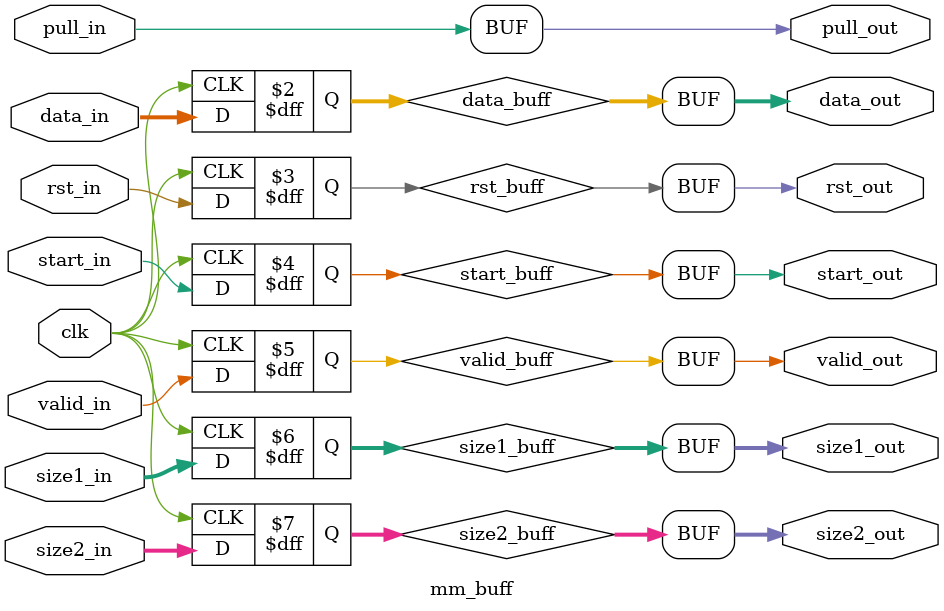
<source format=v>
module matix_mul(
	input[1023:0] data,
	input rst,
	input start,
	input[63:0] size1, /// size of the matrix
	input[63:0] size2,
	input valid,
	input clk,
	input pull,
	
	output[1023:0] data_out,
	output finish,
	///////
	
	output empty,
	output full
	);


/////input_buffer1
wire buffer1_empty;
/////input_buffer2
wire buffer2_wr_finish;
wire buffer2_finish;
wire fifo3_rdempty;

/////multiply_accumulators
wire[2047:0] input2,output1;
wire[31:0] input1;
wire[63:0] ma_finish_out;
wire ma_valid;



generate
genvar i;
for(i=0;i<8;i=i+1)begin:generate_magroup
	ma_group mag(
	.clk(clk),
	.unum1(input1),
	.unum2(input2[i*256+255:i*256]),
	.finish(buffer2_finish),
	.rst(rst),
	.valid(ma_valid),
	
	.sum(output1[i*256+255:i*256]),
	.isInf(),
	.overflow(),
	.finish_out(ma_finish_out[i*8+7:i*8])
	);
end

endgenerate


circular_buffer1 input_buffer1(
	.data(data),
	.rdreq(~buffer1_empty),
	.wrreq(valid&&buffer2_wr_finish),
	.clk(clk),
	.rst(rst),
	.start(start),
	.row(size1[31:0]),
	.column(size1[63:32]),
	.row2(size2[31:0]),
	
	.valid_out(ma_valid),
	.init_finish(full),
	.rdempty(buffer1_empty),
	.finish_out(finish),
	.q(input1)
);

circular_buffer2 input_buffer2(
	.data(data),
	.rdreq(~buffer1_empty),
	.wrreq(valid),
	.clk(clk),
	.rst(rst),
	.start(start),
	.row(size2[31:0]),
	.column(size1[63:32]),
	.row2(size1[31:0]),
	
//	output rdempty,
	.q(input2),
	.finish(buffer2_finish),
	.wr_finish(buffer2_wr_finish)
);

outputbuffer output_buffer1(
	.clk(clk),
	.data(output1),
	.rdreq(pull),
	.wrreq(ma_finish_out[0]),
	.rst(rst),
	.start(start),
	.row(size1[31:0]),
	.column(size1[63:32]),
	.row2(size2[31:0]),
	
	.rdempty(empty),
	.q(data_out)
);
endmodule

module mm_buff(
	input clk,
	input[1023:0] data_in,
	input rst_in,
	input start_in,
	input[63:0] size1_in, /// size of the matrix
	input[63:0] size2_in,
	input valid_in,
	input pull_in,
	
	output[1023:0] data_out,
	output rst_out,
	output start_out,
	output[63:0] size1_out, /// size of the matrix
	output[63:0] size2_out,
	output valid_out,
	output pull_out
);
reg[1023:0] data_buff;
reg rst_buff,start_buff,valid_buff,pull_buff;
reg[63:0] size1_buff,size2_buff; /// size of the matrix
always@(posedge clk)begin
	data_buff<=data_in;
	rst_buff<=rst_in;
	start_buff<=start_in;
	size1_buff<=size1_in;
	size2_buff<=size2_in;
	valid_buff<=valid_in;
//	pull_buff<=pull_in;
end
assign data_out=data_buff;
assign rst_out=rst_buff;
assign start_out=start_buff;
assign size1_out=size1_buff;
assign size2_out=size2_buff;
assign valid_out=valid_buff;
assign pull_out=pull_in;

endmodule 
</source>
